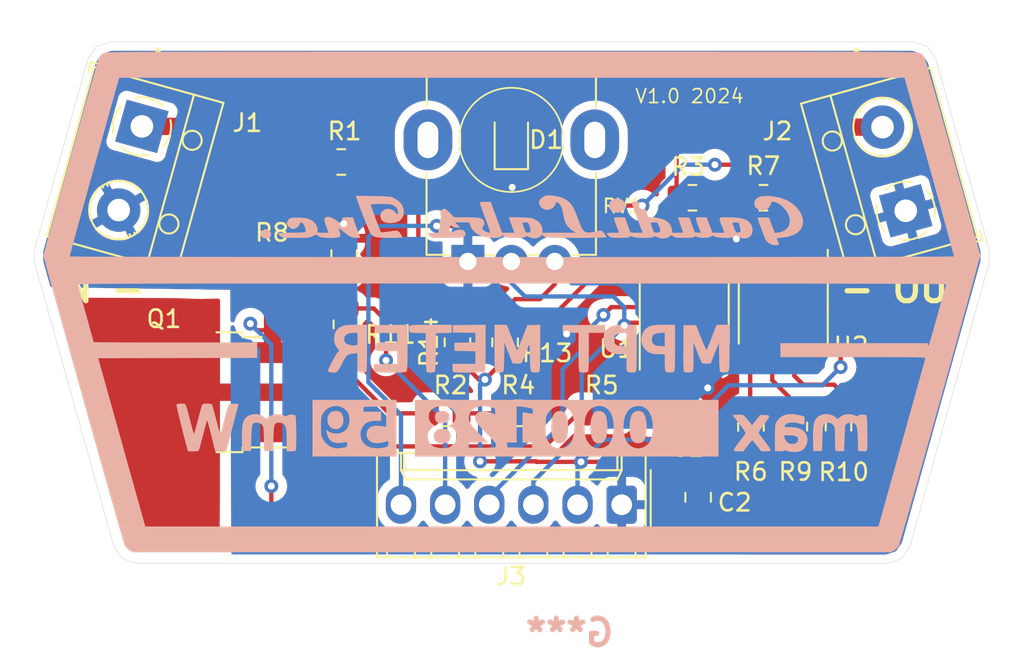
<source format=kicad_pcb>
(kicad_pcb (version 20211014) (generator pcbnew)
  (layers (0 "F.Cu" signal) (31 "B.Cu" signal) (34 "B.Paste" user) (35 "F.Paste" user) (36 "B.SilkS" user "B.Silkscreen") (37 "F.SilkS" user "F.Silkscreen") (38 "B.Mask" user) (39 "F.Mask" user) (44 "Edge.Cuts" user))
  (net 0 "")
  (net 1 "Net-(C1-Pad1)")
  (net 2 "Net-(C1-Pad2)")
  (net 3 "Net-(J2-Pad2)")
  (net 4 "Net-(R2-Pad2)")
  (net 5 "Net-(R3-Pad2)")
  (net 6 "GND")
  (net 7 "ShuntCurrent")
  (net 8 "Net-(R10-Pad1)")
  (net 9 "CellCurrent")
  (net 10 "CellVoltage")
  (net 11 "VCC")
  (net 12 "CurrentControl")
  (net 13 "Net-(J1-Pad1)")
  (net 14 "Net-(Q1-Pad1)")
  (net 15 "Net-(R13-Pad1)")
  (net 16 "Net-(Q1-Pad3)")
  (net 20 "Net-(D1-Pad2)")
  (footprint "TerminalBlock_RND:TerminalBlock_RND_205-00012_1x02_P5.00mm_Horizontal" (layer "F.Cu") (at 122.697185 46.5 105.5)
    (fp_text reference "J2" (at 6.387567 -5.894565 0.5 unlocked) (layer "F.SilkS"))
    (fp_text value "Screw_Terminal_01x02")
    (pad "1" thru_hole rect (at 0 0 105.5) (size 2.5 2.5) (drill 1.3) (layers *.Cu *.Mask) (net 6 "GND"))
    (pad "2" thru_hole circle (at 5 0 105.5) (size 2.5 2.5) (drill 1.3) (layers *.Cu *.Mask) (net 3 "Net-(J2-Pad2)"))
  )
  (footprint "Resistor_SMD:R_0805_2012Metric" (layer "F.Cu") (at 114.509 45.75 180)
    (fp_text reference "R7" (at 0.009 1.828) (layer "F.SilkS"))
    (fp_text value "40k")
    (pad "1" smd roundrect (at -0.9125 0 180) (size 1.025 1.4) (layers "F.Cu" "F.Paste" "F.Mask") (roundrect_rratio 0.243902439) (net 7 "ShuntCurrent"))
    (pad "2" smd roundrect (at 0.9125 0 180) (size 1.025 1.4) (layers "F.Cu" "F.Paste" "F.Mask") (roundrect_rratio 0.243902439) (net 5 "Net-(R3-Pad2)"))
  )
  (footprint "Connector_Molex:Molex_KK-254_AE-6410-06A_1x06_P2.54mm_Vertical" (layer "F.Cu") (at 106.35 63.43 180)
    (fp_text reference "J3" (at 6.35 -4.12) (layer "F.SilkS"))
    (fp_text value "Conn_01x06_Male")
    (pad "1" thru_hole roundrect (at 0 0 180) (size 1.74 2.19) (drill 1.19) (layers *.Cu *.Mask) (roundrect_rratio 0.1436781609) (net 6 "GND"))
    (pad "2" thru_hole oval (at 2.54 0 180) (size 1.74 2.19) (drill 1.19) (layers *.Cu *.Mask) (net 11 "VCC"))
    (pad "3" thru_hole oval (at 5.08 0 180) (size 1.74 2.19) (drill 1.19) (layers *.Cu *.Mask) (net 12 "CurrentControl"))
    (pad "4" thru_hole oval (at 7.62 0 180) (size 1.74 2.19) (drill 1.19) (layers *.Cu *.Mask) (net 9 "CellCurrent"))
    (pad "5" thru_hole oval (at 10.16 0 180) (size 1.74 2.19) (drill 1.19) (layers *.Cu *.Mask) (net 10 "CellVoltage"))
    (pad "6" thru_hole oval (at 12.7 0 180) (size 1.74 2.19) (drill 1.19) (layers *.Cu *.Mask) (net 7 "ShuntCurrent"))
  )
  (footprint "Resistor_SMD:R_0805_2012Metric" (layer "F.Cu") (at 96.221 58.166)
    (fp_text reference "R2" (at 0.279 -1.616) (layer "F.SilkS"))
    (fp_text value "1k")
    (pad "1" smd roundrect (at -0.9125 0) (size 1.025 1.4) (layers "F.Cu" "F.Paste" "F.Mask") (roundrect_rratio 0.243902439) (net 13 "Net-(J1-Pad1)"))
    (pad "2" smd roundrect (at 0.9125 0) (size 1.025 1.4) (layers "F.Cu" "F.Paste" "F.Mask") (roundrect_rratio 0.243902439) (net 4 "Net-(R2-Pad2)"))
  )
  (footprint "Package_SO:SOIC-8_3.9x4.9mm_P1.27mm" (layer "F.Cu") (at 109.95 52.2 90)
    (fp_text reference "U1" (at -2.25 -3.9 180) (layer "F.SilkS"))
    (fp_text value "MCP6002-xSN")
    (pad "1" smd roundrect (at -2.475 -1.905 90) (size 1.95 0.6) (layers "F.Cu" "F.Paste" "F.Mask") (net 1 "Net-(C1-Pad1)"))
    (pad "2" smd roundrect (at -2.475 -0.635 90) (size 1.95 0.6) (layers "F.Cu" "F.Paste" "F.Mask") (net 2 "Net-(C1-Pad2)"))
    (pad "3" smd roundrect (at -2.475 0.635 90) (size 1.95 0.6) (layers "F.Cu" "F.Paste" "F.Mask") (net 12 "CurrentControl"))
    (pad "4" smd roundrect (at -2.475 1.905 90) (size 1.95 0.6) (layers "F.Cu" "F.Paste" "F.Mask") (net 6 "GND"))
    (pad "5" smd roundrect (at 2.475 1.905 90) (size 1.95 0.6) (layers "F.Cu" "F.Paste" "F.Mask"))
    (pad "6" smd roundrect (at 2.475 0.635 90) (size 1.95 0.6) (layers "F.Cu" "F.Paste" "F.Mask"))
    (pad "7" smd roundrect (at 2.475 -0.635 90) (size 1.95 0.6) (layers "F.Cu" "F.Paste" "F.Mask"))
    (pad "8" smd roundrect (at 2.475 -1.905 90) (size 1.95 0.6) (layers "F.Cu" "F.Paste" "F.Mask") (net 11 "VCC"))
  )
  (footprint "Resistor_SMD:R_0805_2012Metric" (layer "F.Cu") (at 90.21 43.69)
    (fp_text reference "R1" (at 0.19 -1.77) (layer "F.SilkS"))
    (fp_text value "0.160Z")
    (pad "1" smd roundrect (at -0.9125 0) (size 1.025 1.4) (layers "F.Cu" "F.Paste" "F.Mask") (roundrect_rratio 0.243902439) (net 13 "Net-(J1-Pad1)"))
    (pad "2" smd roundrect (at 0.9125 0) (size 1.025 1.4) (layers "F.Cu" "F.Paste" "F.Mask") (roundrect_rratio 0.243902439) (net 3 "Net-(J2-Pad2)"))
  )
  (footprint "Resistor_SMD:R_0805_2012Metric" (layer "F.Cu") (at 105.111 58.166 180)
    (fp_text reference "R5" (at -0.089 1.616) (layer "F.SilkS"))
    (fp_text value "100")
    (pad "1" smd roundrect (at -0.9125 0 180) (size 1.025 1.4) (layers "F.Cu" "F.Paste" "F.Mask") (roundrect_rratio 0.243902439) (net 1 "Net-(C1-Pad1)"))
    (pad "2" smd roundrect (at 0.9125 0 180) (size 1.025 1.4) (layers "F.Cu" "F.Paste" "F.Mask") (roundrect_rratio 0.243902439) (net 14 "Net-(Q1-Pad1)"))
  )
  (footprint "Package_TO_SOT_SMD:TO-252-2" (layer "F.Cu") (at 82.06 56.95 180)
    (fp_text reference "Q1" (at 2.05 4.22) (layer "F.SilkS"))
    (fp_text value "Q_NMOS_GDS")
    (pad "1" smd rect (at -4.2 -2.28 180) (size 2.2 1.2) (layers "F.Cu" "F.Paste" "F.Mask") (net 14 "Net-(Q1-Pad1)"))
    (pad "2" smd rect (at 2.1 0 180) (size 6.4 5.8) (layers "F.Cu" "F.Mask") (net 13 "Net-(J1-Pad1)"))
    (pad "3" smd rect (at -4.2 2.28 180) (size 2.2 1.2) (layers "F.Cu" "F.Paste" "F.Mask") (net 16 "Net-(Q1-Pad3)"))
  )
  (footprint "LED_SMD:LED_0805_2012Metric" (layer "F.Cu") (at 100 42.418 90)
    (fp_text reference "D1" (at 0 2 180) (layer "F.SilkS"))
    (fp_text value "LED")
    (pad "1" smd roundrect (at -0.9375 0 90) (size 0.975 1.4) (layers "F.Cu" "F.Paste" "F.Mask") (net 6 "GND"))
    (pad "2" smd roundrect (at 0.9375 0 90) (size 0.975 1.4) (layers "F.Cu" "F.Paste" "F.Mask") (net 20 "Net-(D1-Pad2)"))
  )
  (footprint "Capacitor_SMD:C_0805_2012Metric" (layer "F.Cu") (at 110.75 63 -90)
    (fp_text reference "C2" (at 0.3 -2.1) (layer "F.SilkS"))
    (fp_text value "100nF")
    (pad "1" smd roundrect (at -0.95 0 270) (size 1 1.45) (layers "F.Cu" "F.Paste" "F.Mask") (net 11 "VCC"))
    (pad "2" smd roundrect (at 0.95 0 270) (size 1 1.45) (layers "F.Cu" "F.Paste" "F.Mask") (net 6 "GND"))
  )
  (footprint "Resistor_SMD:R_0805_2012Metric" (layer "F.Cu") (at 99.64 54.07 -90)
    (fp_text reference "R13" (at 0.63 -2.42) (layer "F.SilkS"))
    (fp_text value "100k")
    (pad "1" smd roundrect (at -0.9125 0 270) (size 1.025 1.4) (layers "F.Cu" "F.Paste" "F.Mask") (roundrect_rratio 0.243902439) (net 15 "Net-(R13-Pad1)"))
    (pad "2" smd roundrect (at 0.9125 0 270) (size 1.025 1.4) (layers "F.Cu" "F.Paste" "F.Mask") (roundrect_rratio 0.243902439) (net 11 "VCC"))
  )
  (footprint "Package_SO:SOIC-8_3.9x4.9mm_P1.27mm" (layer "F.Cu") (at 115.65 52.2 -90)
    (fp_text reference "U2" (at 2.1 -3.9 180) (layer "F.SilkS"))
    (fp_text value "MCP6002-xSN")
    (pad "1" smd roundrect (at -2.475 -1.905 270) (size 1.95 0.6) (layers "F.Cu" "F.Paste" "F.Mask") (net 7 "ShuntCurrent"))
    (pad "2" smd roundrect (at -2.475 -0.635 270) (size 1.95 0.6) (layers "F.Cu" "F.Paste" "F.Mask") (net 5 "Net-(R3-Pad2)"))
    (pad "3" smd roundrect (at -2.475 0.635 270) (size 1.95 0.6) (layers "F.Cu" "F.Paste" "F.Mask") (net 4 "Net-(R2-Pad2)"))
    (pad "4" smd roundrect (at -2.475 1.905 270) (size 1.95 0.6) (layers "F.Cu" "F.Paste" "F.Mask") (net 6 "GND"))
    (pad "5" smd roundrect (at 2.475 1.905 270) (size 1.95 0.6) (layers "F.Cu" "F.Paste" "F.Mask") (net 16 "Net-(Q1-Pad3)"))
    (pad "6" smd roundrect (at 2.475 0.635 270) (size 1.95 0.6) (layers "F.Cu" "F.Paste" "F.Mask") (net 8 "Net-(R10-Pad1)"))
    (pad "7" smd roundrect (at 2.475 -0.635 270) (size 1.95 0.6) (layers "F.Cu" "F.Paste" "F.Mask") (net 9 "CellCurrent"))
    (pad "8" smd roundrect (at 2.475 -1.905 270) (size 1.95 0.6) (layers "F.Cu" "F.Paste" "F.Mask") (net 11 "VCC"))
  )
  (footprint "Resistor_SMD:R_0805_2012Metric" (layer "F.Cu") (at 113.79 58.94 90)
    (fp_text reference "R6" (at -2.59 -0.01) (layer "F.SilkS"))
    (fp_text value "10k")
    (pad "1" smd roundrect (at -0.9125 0 90) (size 1.025 1.4) (layers "F.Cu" "F.Paste" "F.Mask") (roundrect_rratio 0.243902439) (net 2 "Net-(C1-Pad2)"))
    (pad "2" smd roundrect (at 0.9125 0 90) (size 1.025 1.4) (layers "F.Cu" "F.Paste" "F.Mask") (roundrect_rratio 0.243902439) (net 16 "Net-(Q1-Pad3)"))
  )
  (footprint "Resistor_SMD:R_0805_2012Metric" (layer "F.Cu") (at 110.4215 45.75)
    (fp_text reference "R3" (at -0.2315 -1.778) (layer "F.SilkS"))
    (fp_text value "1k")
    (pad "1" smd roundrect (at -0.9125 0) (size 1.025 1.4) (layers "F.Cu" "F.Paste" "F.Mask") (roundrect_rratio 0.243902439) (net 3 "Net-(J2-Pad2)"))
    (pad "2" smd roundrect (at 0.9125 0) (size 1.025 1.4) (layers "F.Cu" "F.Paste" "F.Mask") (roundrect_rratio 0.243902439) (net 5 "Net-(R3-Pad2)"))
  )
  (footprint "Resistor_SMD:R_0805_2012Metric" (layer "F.Cu") (at 100.412 58.166 180)
    (fp_text reference "R4" (at 0.012 1.616) (layer "F.SilkS"))
    (fp_text value "40k")
    (pad "1" smd roundrect (at -0.9125 0 180) (size 1.025 1.4) (layers "F.Cu" "F.Paste" "F.Mask") (roundrect_rratio 0.243902439) (net 6 "GND"))
    (pad "2" smd roundrect (at 0.9125 0 180) (size 1.025 1.4) (layers "F.Cu" "F.Paste" "F.Mask") (roundrect_rratio 0.243902439) (net 4 "Net-(R2-Pad2)"))
  )
  (footprint "Resistor_SMD:R_0805_2012Metric" (layer "F.Cu") (at 96.9 54.07 90)
    (fp_text reference "R14" (at 0 -1.65 90) (layer "F.SilkS"))
    (fp_text value "330")
    (pad "1" smd roundrect (at -0.9125 0 90) (size 1.025 1.4) (layers "F.Cu" "F.Paste" "F.Mask") (roundrect_rratio 0.243902439) (net 11 "VCC"))
    (pad "2" smd roundrect (at 0.9125 0 90) (size 1.025 1.4) (layers "F.Cu" "F.Paste" "F.Mask") (roundrect_rratio 0.243902439) (net 20 "Net-(D1-Pad2)"))
  )
  (footprint "Resistor_SMD:R_0805_2012Metric" (layer "F.Cu") (at 86.16 50.29 90)
    (fp_text reference "R8" (at 2.53 0.07) (layer "F.SilkS"))
    (fp_text value "0.160Z")
    (pad "1" smd roundrect (at -0.9125 0 90) (size 1.025 1.4) (layers "F.Cu" "F.Paste" "F.Mask") (roundrect_rratio 0.243902439) (net 16 "Net-(Q1-Pad3)"))
    (pad "2" smd roundrect (at 0.9125 0 90) (size 1.025 1.4) (layers "F.Cu" "F.Paste" "F.Mask") (roundrect_rratio 0.243902439) (net 6 "GND"))
  )
  (footprint "Resistor_SMD:R_0805_2012Metric" (layer "F.Cu") (at 90.506 53.039 -90)
    (fp_text reference "R11" (at 0.601 -2.534) (layer "F.SilkS"))
    (fp_text value "100k")
    (pad "1" smd roundrect (at -0.9125 0 270) (size 1.025 1.4) (layers "F.Cu" "F.Paste" "F.Mask") (roundrect_rratio 0.243902439) (net 10 "CellVoltage"))
    (pad "2" smd roundrect (at 0.9125 0 270) (size 1.025 1.4) (layers "F.Cu" "F.Paste" "F.Mask") (roundrect_rratio 0.243902439) (net 13 "Net-(J1-Pad1)"))
  )
  (footprint "Capacitor_SMD:C_0805_2012Metric" (layer "F.Cu") (at 109.175 58.293)
    (fp_text reference "C1" (at 0.975 1.8542) (layer "F.SilkS"))
    (fp_text value "1nF")
    (pad "1" smd roundrect (at -0.95 0) (size 1 1.45) (layers "F.Cu" "F.Paste" "F.Mask") (net 1 "Net-(C1-Pad1)"))
    (pad "2" smd roundrect (at 0.95 0) (size 1 1.45) (layers "F.Cu" "F.Paste" "F.Mask") (net 2 "Net-(C1-Pad2)"))
  )
  (footprint "GaudiLabsFootPrints:Alps_RK09K_Vertical" (layer "F.Cu") (at 100 42.418)
    (fp_text reference "RV1" (at 6.38 3.812) (layer "F.SilkS") (effects (font (size 0.8 0.8) (thickness 0.12))))
    (fp_text value "10k")
    (pad "" thru_hole oval (at 4.8 0 180) (size 2.8 3.5) (drill oval 1.2 2.1) (layers *.Cu *.Mask))
    (pad "" thru_hole oval (at -4.8 0 180) (size 2.8 3.5) (drill oval 1.2 2.1) (layers *.Cu *.Mask))
    (pad "1" thru_hole rect (at -2.5 7 180) (size 1.9 1.9) (drill 1) (layers *.Cu *.Mask) (net 6 "GND"))
    (pad "2" thru_hole circle (at 0 7 180) (size 1.9 1.9) (drill 1) (layers *.Cu *.Mask) (net 12 "CurrentControl"))
    (pad "3" thru_hole circle (at 2.5 7 180) (size 1.9 1.9) (drill 1) (layers *.Cu *.Mask) (net 15 "Net-(R13-Pad1)"))
  )
  (footprint "Resistor_SMD:R_0805_2012Metric" (layer "F.Cu") (at 90.379 48.9985 -90)
    (fp_text reference "R12" (at 0.9815 -2.611) (layer "F.SilkS"))
    (fp_text value "30k")
    (pad "1" smd roundrect (at -0.9125 0 270) (size 1.025 1.4) (layers "F.Cu" "F.Paste" "F.Mask") (roundrect_rratio 0.243902439) (net 6 "GND"))
    (pad "2" smd roundrect (at 0.9125 0 270) (size 1.025 1.4) (layers "F.Cu" "F.Paste" "F.Mask") (roundrect_rratio 0.243902439) (net 10 "CellVoltage"))
  )
  (footprint "Resistor_SMD:R_0805_2012Metric" (layer "F.Cu") (at 118.827 58.928 90)
    (fp_text reference "R10" (at -2.622 0.303) (layer "F.SilkS"))
    (fp_text value "100k")
    (pad "1" smd roundrect (at -0.9125 0 90) (size 1.025 1.4) (layers "F.Cu" "F.Paste" "F.Mask") (roundrect_rratio 0.243902439) (net 8 "Net-(R10-Pad1)"))
    (pad "2" smd roundrect (at 0.9125 0 90) (size 1.025 1.4) (layers "F.Cu" "F.Paste" "F.Mask") (roundrect_rratio 0.243902439) (net 9 "CellCurrent"))
  )
  (footprint "Resistor_SMD:R_0805_2012Metric" (layer "F.Cu") (at 116.287 58.928 90)
    (fp_text reference "R9" (at -2.602 0.063) (layer "F.SilkS"))
    (fp_text value "10k")
    (pad "1" smd roundrect (at -0.9125 0 90) (size 1.025 1.4) (layers "F.Cu" "F.Paste" "F.Mask") (roundrect_rratio 0.243902439) (net 6 "GND"))
    (pad "2" smd roundrect (at 0.9125 0 90) (size 1.025 1.4) (layers "F.Cu" "F.Paste" "F.Mask") (roundrect_rratio 0.243902439) (net 8 "Net-(R10-Pad1)"))
  )
  (footprint "TerminalBlock_RND:TerminalBlock_RND_205-00012_1x02_P5.00mm_Horizontal" (layer "F.Cu") (at 78.74 41.64 -105.5)
    (fp_text reference "J1" (at -1.814863 -5.795789 -0.5 unlocked) (layer "F.SilkS"))
    (fp_text value "Screw_Terminal_01x02")
    (pad "1" thru_hole rect (at 0 0 254.5) (size 2.5 2.5) (drill 1.3) (layers *.Cu *.Mask) (net 13 "Net-(J1-Pad1)"))
    (pad "2" thru_hole circle (at 5 0 254.5) (size 2.5 2.5) (drill 1.3) (layers *.Cu *.Mask) (net 6 "GND"))
  )
  (footprint "GaudiLabsLogos:MPPTMeeter" (layer "B.Cu") (at 100.05 51.75 180)
    (fp_text reference "G***" (at -3.3 -19.05) (layer "B.SilkS") (effects (font (size 1.524 1.524) (thickness 0.3)) (justify mirror)))
    (fp_text value "LOGO" hide)
  )
  (gr_line (start 127.501085 49.476022) (end 127.501085 48.758741) (layer "Edge.Cuts") (width 0.027918))
  (gr_line (start 78.407636 66.801925) (end 100.031455 66.80207) (layer "Edge.Cuts") (width 0.027918))
  (gr_line (start 76.916424 36.781817) (end 76.109153 37.052845) (layer "Edge.Cuts") (width 0.027918))
  (gr_line (start 124.43067 37.757224) (end 123.952705 37.053579) (layer "Edge.Cuts") (width 0.027918))
  (gr_line (start 100.031455 66.80207) (end 121.653399 66.80207) (layer "Edge.Cuts") (width 0.027918))
  (gr_line (start 100.031455 36.781817) (end 76.916424 36.781817) (layer "Edge.Cuts") (width 0.027918))
  (gr_line (start 122.939419 65.826808) (end 127.501085 49.476022) (layer "Edge.Cuts") (width 0.027918))
  (gr_line (start 123.952705 37.053579) (end 123.146607 36.781962) (layer "Edge.Cuts") (width 0.027918))
  (gr_line (start 72.561946 48.758596) (end 72.561946 49.475877) (layer "Edge.Cuts") (width 0.027918))
  (gr_line (start 122.460673 66.531045) (end 122.939419 65.826808) (layer "Edge.Cuts") (width 0.027918))
  (gr_line (start 127.501085 48.758741) (end 124.43067 37.757224) (layer "Edge.Cuts") (width 0.027918))
  (gr_line (start 76.109153 37.052845) (end 75.630411 37.757079) (layer "Edge.Cuts") (width 0.027918))
  (gr_line (start 121.653399 66.80207) (end 122.460673 66.531045) (layer "Edge.Cuts") (width 0.027918))
  (gr_line (start 75.630411 37.757079) (end 72.561946 48.758596) (layer "Edge.Cuts") (width 0.027918))
  (gr_line (start 77.123577 65.826663) (end 77.601542 66.530308) (layer "Edge.Cuts") (width 0.027918))
  (gr_line (start 72.561946 49.475877) (end 77.123577 65.826663) (layer "Edge.Cuts") (width 0.027918))
  (gr_line (start 77.601542 66.530308) (end 78.407636 66.801925) (layer "Edge.Cuts") (width 0.027918))
  (gr_line (start 123.146607 36.781962) (end 100.031455 36.781817) (layer "Edge.Cuts") (width 0.027918))
  (gr_text "IN -" (at 76.23 51) (layer "F.SilkS") (effects (font (size 1.5 1.5) (thickness 0.3))))
  (gr_text "V1.0 2024" (at 110.25 39.9) (layer "F.SilkS") (effects (font (size 0.8 0.8) (thickness 0.1))))
  (gr_text "+" (at 79.68 37.7) (layer "F.SilkS") (effects (font (size 1.5 1.5) (thickness 0.3))))
  (gr_text "MPPT Meter" (at 111.35 38.25) (layer "F.SilkS") (effects (font (size 1 1) (thickness 0.2))))
  (gr_text "- OUT\n" (at 122.61 51) (layer "F.SilkS") (effects (font (size 1.5 1.5) (thickness 0.3))))
  (gr_text "+" (at 119.86 37.7) (layer "F.SilkS") (effects (font (size 1.5 1.5) (thickness 0.3))))
  (segment (start 108.098 58.166) (end 108.225 58.293) (width 0.25) (layer "F.Cu") (net 1))
  (segment (start 108 56.1) (end 108 54.72) (width 0.25) (layer "F.Cu") (net 1))
  (segment (start 108.225 56.325) (end 108 56.1) (width 0.25) (layer "F.Cu") (net 1))
  (segment (start 106.0235 58.166) (end 108.098 58.166) (width 0.25) (layer "F.Cu") (net 1))
  (segment (start 108.225 58.293) (end 108.225 56.325) (width 0.25) (layer "F.Cu") (net 1))
  (segment (start 108 54.72) (end 108.045 54.675) (width 0.25) (layer "F.Cu") (net 1))
  (segment (start 109.315 54.675) (end 109.315 55.915) (width 0.25) (layer "F.Cu") (net 2))
  (segment (start 110.125 56.725) (end 110.125 58.293) (width 0.25) (layer "F.Cu") (net 2))
  (segment (start 111.207 58.293) (end 110.125 58.293) (width 0.25) (layer "F.Cu") (net 2))
  (segment (start 111.842 58.928) (end 111.207 58.293) (width 0.25) (layer "F.Cu") (net 2))
  (segment (start 111.842 59.408) (end 111.842 58.928) (width 0.25) (layer "F.Cu") (net 2))
  (segment (start 112.2865 59.8525) (end 111.842 59.408) (width 0.25) (layer "F.Cu") (net 2))
  (segment (start 109.315 55.915) (end 110.125 56.725) (width 0.25) (layer "F.Cu") (net 2))
  (segment (start 113.79 59.8525) (end 112.2865 59.8525) (width 0.25) (layer "F.Cu") (net 2))
  (segment (start 110.831848 41.681848) (end 108.18 39.03) (width 1) (layer "F.Cu") (net 3))
  (segment (start 113.168152 41.681848) (end 121.360993 41.681848) (width 1) (layer "F.Cu") (net 3))
  (segment (start 92.93 39.03) (end 91.1 40.86) (width 1) (layer "F.Cu") (net 3))
  (segment (start 109.509 45.75) (end 109.509 43.004696) (width 0.25) (layer "F.Cu") (net 3))
  (segment (start 109.509 43.004696) (end 110.831848 41.681848) (width 0.25) (layer "F.Cu") (net 3))
  (segment (start 91.1 43.6675) (end 91.1225 43.69) (width 1) (layer "F.Cu") (net 3))
  (segment (start 113.168152 41.681848) (end 110.831848 41.681848) (width 1) (layer "F.Cu") (net 3))
  (segment (start 108.18 39.03) (end 92.93 39.03) (width 1) (layer "F.Cu") (net 3))
  (segment (start 91.1 40.86) (end 91.1 43.6675) (width 1) (layer "F.Cu") (net 3))
  (segment (start 101.56 55.8) (end 101.2 56.16) (width 0.25) (layer "F.Cu") (net 4))
  (segment (start 107.55 47.4) (end 101.56 53.39) (width 0.25) (layer "F.Cu") (net 4))
  (segment (start 100.09 56.16) (end 99.4995 56.7505) (width 0.25) (layer "F.Cu") (net 4))
  (segment (start 99.4995 56.7505) (end 99.4995 58.166) (width 0.25) (layer "F.Cu") (net 4))
  (segment (start 101.2 56.16) (end 100.09 56.16) (width 0.25) (layer "F.Cu") (net 4))
  (segment (start 114.15 47.4) (end 107.55 47.4) (width 0.25) (layer "F.Cu") (net 4))
  (segment (start 99.4995 58.166) (end 97.1335 58.166) (width 0.25) (layer "F.Cu") (net 4))
  (segment (start 101.56 53.39) (end 101.56 55.8) (width 0.25) (layer "F.Cu") (net 4))
  (segment (start 115.015 49.725) (end 115.015 48.265) (width 0.25) (layer "F.Cu") (net 4))
  (segment (start 115.015 48.265) (end 114.15 47.4) (width 0.25) (layer "F.Cu") (net 4))
  (segment (start 115.322 47.222) (end 115.0685 47.222) (width 0.25) (layer "F.Cu") (net 5))
  (segment (start 116.285 48.185) (end 115.322 47.222) (width 0.25) (layer "F.Cu") (net 5))
  (segment (start 115.0685 47.222) (end 113.5965 45.75) (width 0.25) (layer "F.Cu") (net 5))
  (segment (start 116.285 49.725) (end 116.285 48.185) (width 0.25) (layer "F.Cu") (net 5))
  (segment (start 111.334 45.75) (end 113.5965 45.75) (width 0.25) (layer "F.Cu") (net 5))
  (segment (start 102.12 56.48) (end 102.3 56.3) (width 0.25) (layer "F.Cu") (net 6))
  (segment (start 101.3245 58.166) (end 101.3245 57.2755) (width 0.25) (layer "F.Cu") (net 6))
  (segment (start 90.379 48.086) (end 90.379 47.269) (width 0.25) (layer "F.Cu") (net 6))
  (segment (start 100 45.1) (end 100.05 45.15) (width 0.25) (layer "F.Cu") (net 6))
  (segment (start 90.379 47.269) (end 90.35 47.24) (width 0.25) (layer "F.Cu") (net 6))
  (segment (start 113.745 49.725) (end 113.745 48.9195) (width 0.25) (layer "F.Cu") (net 6))
  (segment (start 111.855 54.675) (end 111.855 56.145) (width 0.25) (layer "F.Cu") (net 6))
  (segment (start 111.855 56.145) (end 111.3 56.7) (width 0.25) (layer "F.Cu") (net 6))
  (segment (start 102.3 54.17) (end 102.87 53.6) (width 0.25) (layer "F.Cu") (net 6))
  (segment (start 113.874 48.895) (end 113.874 49.914) (width 0.25) (layer "F.Cu") (net 6))
  (segment (start 102.87 53.6) (end 103.18 53.6) (width 0.25) (layer "F.Cu") (net 6))
  (segment (start 100 43.3555) (end 100 45.1) (width 0.25) (layer "F.Cu") (net 6))
  (segment (start 101.3245 57.2755) (end 102.12 56.48) (width 0.25) (layer "F.Cu") (net 6))
  (segment (start 113.745 48.9195) (end 112.95 48.1245) (width 0.25) (layer "F.Cu") (net 6))
  (segment (start 102.3 56.3) (end 102.3 54.17) (width 0.25) (layer "F.Cu") (net 6))
  (via (at 103.18 53.6) (size 0.8) (drill 0.4) (layers "F.Cu" "B.Cu") (net 6))
  (via (at 111.3 56.7) (size 0.8) (drill 0.4) (layers "F.Cu" "B.Cu") (net 6))
  (via (at 112.95 48.1245) (size 0.8) (drill 0.4) (layers "F.Cu" "B.Cu") (net 6))
  (via (at 90.35 47.24) (size 0.8) (drill 0.4) (layers "F.Cu" "B.Cu") (net 6))
  (via (at 100.05 45.15) (size 0.8) (drill 0.4) (layers "F.Cu" "B.Cu") (net 6))
  (segment (start 114.763 43.845) (end 115.4215 44.5035) (width 0.25) (layer "F.Cu") (net 7))
  (segment (start 111.715 43.845) (end 114.763 43.845) (width 0.25) (layer "F.Cu") (net 7))
  (segment (start 117.555 48.3615) (end 115.4215 46.228) (width 0.25) (layer "F.Cu") (net 7))
  (segment (start 102.629 47.371) (end 95.7 47.371) (width 0.25) (layer "F.Cu") (net 7))
  (segment (start 115.4215 44.5035) (end 115.4215 45.75) (width 0.25) (layer "F.Cu") (net 7))
  (segment (start 103.8 46.2) (end 102.629 47.371) (width 0.25) (layer "F.Cu") (net 7))
  (segment (start 117.555 49.725) (end 117.555 48.3615) (width 0.25) (layer "F.Cu") (net 7))
  (segment (start 107.55 46.2) (end 103.8 46.2) (width 0.25) (layer "F.Cu") (net 7))
  (via (at 95.7 47.371) (size 0.8) (drill 0.4) (layers "F.Cu" "B.Cu") (net 7))
  (via (at 107.55 46.2) (size 0.8) (drill 0.4) (layers "F.Cu" "B.Cu") (net 7))
  (via (at 111.715 43.845) (size 0.8) (drill 0.4) (layers "F.Cu" "B.Cu") (net 7))
  (segment (start 111.715 43.845) (end 109.905 43.845) (width 0.25) (layer "B.Cu") (net 7))
  (segment (start 93.65 58.25) (end 91.776 56.376) (width 0.25) (layer "B.Cu") (net 7))
  (segment (start 91.776 56.376) (end 91.776 48.006) (width 0.25) (layer "B.Cu") (net 7))
  (segment (start 91.776 48.006) (end 92.411 47.371) (width 0.25) (layer "B.Cu") (net 7))
  (segment (start 109.905 43.845) (end 107.55 46.2) (width 0.25) (layer "B.Cu") (net 7))
  (segment (start 93.65 63.43) (end 93.65 58.25) (width 0.25) (layer "B.Cu") (net 7))
  (segment (start 92.411 47.371) (end 95.7 47.371) (width 0.25) (layer "B.Cu") (net 7))
  (segment (start 116.287 57.531) (end 116.287 58.0155) (width 0.25) (layer "F.Cu") (net 8))
  (segment (start 116.5175 58.0155) (end 116.287 58.0155) (width 0.25) (layer "F.Cu") (net 8))
  (segment (start 118.3425 59.8405) (end 116.5175 58.0155) (width 0.25) (layer "F.Cu") (net 8))
  (segment (start 115.015 56.259) (end 116.287 57.531) (width 0.25) (layer "F.Cu") (net 8))
  (segment (start 118.827 59.8405) (end 118.3425 59.8405) (width 0.25) (layer "F.Cu") (net 8))
  (segment (start 115.015 54.675) (end 115.015 56.259) (width 0.25) (layer "F.Cu") (net 8))
  (segment (start 116.285 52.835) (end 116.285 54.675) (width 0.25) (layer "F.Cu") (net 9))
  (segment (start 116.285 54.675) (end 116.285 56.005) (width 0.25) (layer "F.Cu") (net 9))
  (segment (start 105.75 52.05) (end 115.5 52.05) (width 0.25) (layer "F.Cu") (net 9))
  (segment (start 115.5 52.05) (end 116.285 52.835) (width 0.25) (layer "F.Cu") (net 9))
  (segment (start 116.795 56.515) (end 118.573 56.515) (width 0.25) (layer "F.Cu") (net 9))
  (segment (start 105.3 52.5) (end 105.75 52.05) (width 0.25) (layer "F.Cu") (net 9))
  (segment (start 116.285 56.005) (end 116.795 56.515) (width 0.25) (layer "F.Cu") (net 9))
  (segment (start 118.573 56.515) (end 118.827 56.769) (width 0.25) (layer "F.Cu") (net 9))
  (segment (start 118.827 56.769) (end 118.827 58.0155) (width 0.25) (layer "F.Cu") (net 9))
  (via (at 105.3 52.5) (size 0.8) (drill 0.4) (layers "F.Cu" "B.Cu") (net 9))
  (segment (start 102.952 58.748) (end 102.952 55.626) (width 0.25) (layer "B.Cu") (net 9))
  (segment (start 104.339 54.239) (end 104.339 53.461) (width 0.25) (layer "B.Cu") (net 9))
  (segment (start 102.952 55.626) (end 104.339 54.239) (width 0.25) (layer "B.Cu") (net 9))
  (segment (start 98.73 63.43) (end 98.73 62.97) (width 0.25) (layer "B.Cu") (net 9))
  (segment (start 104.339 53.461) (end 105.3 52.5) (width 0.25) (layer "B.Cu") (net 9))
  (segment (start 98.73 62.97) (end 102.952 58.748) (width 0.25) (layer "B.Cu") (net 9))
  (segment (start 92.0865 52.1265) (end 90.506 52.1265) (width 0.25) (layer "F.Cu") (net 10))
  (segment (start 90.506 50.038) (end 90.379 49.911) (width 0.25) (layer "F.Cu") (net 10))
  (segment (start 90.506 52.1265) (end 90.506 50.038) (width 0.25) (layer "F.Cu") (net 10))
  (segment (start 92.792 52.832) (end 92.0865 52.1265) (width 0.25) (layer "F.Cu") (net 10))
  (segment (start 92.792 55.118) (end 92.792 52.832) (width 0.25) (layer "F.Cu") (net 10))
  (via (at 92.792 55.118) (size 0.8) (drill 0.4) (layers "F.Cu" "B.Cu") (net 10))
  (segment (start 96.19 58.516) (end 94.662 56.988) (width 0.25) (layer "B.Cu") (net 10))
  (segment (start 94.662 56.988) (end 92.792 55.118) (width 0.25) (layer "B.Cu") (net 10))
  (segment (start 96.19 63.43) (end 96.19 58.516) (width 0.25) (layer "B.Cu") (net 10))
  (segment (start 104.01 60.96) (end 101.45 60.96) (width 0.25) (layer "F.Cu") (net 11))
  (segment (start 108.3 51.3) (end 108.045 51.045) (width 0.25) (layer "F.Cu") (net 11))
  (segment (start 101.42 60.93) (end 101.45 60.96) (width 0.25) (layer "F.Cu") (net 11))
  (segment (start 106.545 60.96) (end 104.01 60.96) (width 0.25) (layer "F.Cu") (net 11))
  (segment (start 98.48 56.22) (end 98.1375 56.22) (width 0.25) (layer "F.Cu") (net 11))
  (segment (start 106.59 61.005) (end 106.545 60.96) (width 0.25) (layer "F.Cu") (net 11))
  (segment (start 98.1375 56.22) (end 96.9 54.9825) (width 0.25) (layer "F.Cu") (net 11))
  (segment (start 98.2 60.93) (end 101.42 60.93) (width 0.25) (layer "F.Cu") (net 11))
  (segment (start 108.045 51.045) (end 108.045 49.725) (width 0.25) (layer "F.Cu") (net 11))
  (segment (start 99.64 55.06) (end 98.48 56.22) (width 0.25) (layer "F.Cu") (net 11))
  (segment (start 116.7 52.2) (end 117.3 52.8) (width 0.25) (layer "F.Cu") (net 11))
  (segment (start 118.95 55.5) (end 118.95 53.1) (width 0.25) (layer "F.Cu") (net 11))
  (segment (start 117.3 52.8) (end 117.6 52.8) (width 0.25) (layer "F.Cu") (net 11))
  (segment (start 118.65 52.8) (end 117.6 52.8) (width 0.25) (layer "F.Cu") (net 11))
  (segment (start 109.705 61.005) (end 110.75 62.05) (width 0.25) (layer "F.Cu") (net 11))
  (segment (start 117.555 54.675) (end 117.555 52.845) (width 0.25) (layer "F.Cu") (net 11))
  (segment (start 99.64 54.9825) (end 99.64 55.06) (width 0.25) (layer "F.Cu") (net 11))
  (segment (start 115.8 51.3) (end 108.3 51.3) (width 0.25) (layer "F.Cu") (net 11))
  (segment (start 116.7 52.2) (end 115.8 51.3) (width 0.25) (layer "F.Cu") (net 11))
  (segment (start 118.95 53.1) (end 118.65 52.8) (width 0.25) (layer "F.Cu") (net 11))
  (segment (start 106.59 61.005) (end 109.705 61.005) (width 0.25) (layer "F.Cu") (net 11))
  (segment (start 117.555 52.845) (end 117.6 52.8) (width 0.25) (layer "F.Cu") (net 11))
  (via (at 98.2 60.93) (size 0.8) (drill 0.4) (layers "F.Cu" "B.Cu") (net 11))
  (via (at 104.01 60.96) (size 0.8) (drill 0.4) (layers "F.Cu" "B.Cu") (net 11))
  (via (at 118.95 55.5) (size 0.8) (drill 0.4) (layers "F.Cu" "B.Cu") (net 11))
  (via (at 98.48 56.22) (size 0.8) (drill 0.4) (layers "F.Cu" "B.Cu") (net 11))
  (segment (start 109.429 59.69) (end 109.04 59.69) (width 0.25) (layer "B.Cu") (net 11))
  (segment (start 112.5 56.55) (end 117.9 56.55) (width 0.25) (layer "B.Cu") (net 11))
  (segment (start 105.28 59.69) (end 104.01 60.96) (width 0.25) (layer "B.Cu") (net 11))
  (segment (start 109.36 59.69) (end 112.5 56.55) (width 0.25) (layer "B.Cu") (net 11))
  (segment (start 103.81 63.43) (end 103.81 61.16) (width 0.25) (layer "B.Cu") (net 11))
  (segment (start 109.04 59.69) (end 109.36 59.69) (width 0.25) (layer "B.Cu") (net 11))
  (segment (start 98.2 56.5) (end 98.2 60.93) (width 0.25) (layer "B.Cu") (net 11))
  (segment (start 103.81 61.16) (end 104.01 60.96) (width 0.25) (layer "B.Cu") (net 11))
  (segment (start 117.9 56.55) (end 118.95 55.5) (width 0.25) (layer "B.Cu") (net 11))
  (segment (start 98.48 56.22) (end 98.2 56.5) (width 0.25) (layer "B.Cu") (net 11))
  (segment (start 109.04 59.69) (end 105.28 59.69) (width 0.25) (layer "B.Cu") (net 11))
  (segment (start 110.585 54.675) (end 110.585 53.285) (width 0.25) (layer "F.Cu") (net 12))
  (segment (start 110.25 52.95) (end 106.65 52.95) (width 0.25) (layer "F.Cu") (net 12))
  (segment (start 106.65 52.95) (end 106.5 53.1) (width 0.25) (layer "F.Cu") (net 12))
  (segment (start 110.585 53.285) (end 110.25 52.95) (width 0.25) (layer "F.Cu") (net 12))
  (via (at 106.5 53.1) (size 0.8) (drill 0.4) (layers "F.Cu" "B.Cu") (net 12))
  (segment (start 106.5 53.1) (end 106.5 52.062) (width 0.25) (layer "B.Cu") (net 12))
  (segment (start 104.05 59.05) (end 104.05 56.35) (width 0.25) (layer "B.Cu") (net 12))
  (segment (start 104.05 55.55) (end 106.5 53.1) (width 0.25) (layer "B.Cu") (net 12))
  (segment (start 100 49.418) (end 100 50.65) (width 0.25) (layer "B.Cu") (net 12))
  (segment (start 100 50.65) (end 100.785 51.435) (width 0.25) (layer "B.Cu") (net 12))
  (segment (start 104.05 56.35) (end 104.05 55.55) (width 0.25) (layer "B.Cu") (net 12))
  (segment (start 106.194 51.756) (end 105.873 51.435) (width 0.25) (layer "B.Cu") (net 12))
  (segment (start 101.27 62.08) (end 104.05 59.3) (width 0.25) (layer "B.Cu") (net 12))
  (segment (start 105.873 51.435) (end 100.785 51.435) (width 0.25) (layer "B.Cu") (net 12))
  (segment (start 104.05 59.3) (end 104.05 59.05) (width 0.25) (layer "B.Cu") (net 12))
  (segment (start 106.5 52.062) (end 106.194 51.756) (width 0.25) (layer "B.Cu") (net 12))
  (segment (start 101.27 63.43) (end 101.27 62.08) (width 0.25) (layer "B.Cu") (net 12))
  (segment (start 89.2175 43.77) (end 89.2975 43.69) (width 1) (layer "F.Cu") (net 13))
  (segment (start 88.5085 53.9515) (end 88.5 53.96) (width 0.25) (layer "F.Cu") (net 13))
  (segment (start 88.39 56.95) (end 79.96 56.95) (width 1) (layer "F.Cu") (net 13))
  (segment (start 88.5 43.77) (end 89.2175 43.77) (width 1) (layer "F.Cu") (net 13))
  (segment (start 88.5 53.96) (end 88.5 56.84) (width 1) (layer "F.Cu") (net 13))
  (segment (start 87.1 43.77) (end 84.97 41.64) (width 1) (layer "F.Cu") (net 13))
  (segment (start 88.5 43.77) (end 87.1 43.77) (width 1) (layer "F.Cu") (net 13))
  (segment (start 88.5 43.77) (end 88.5 46.381) (width 1) (layer "F.Cu") (net 13))
  (segment (start 90.506 55.706) (end 90.506 53.9515) (width 0.25) (layer "F.Cu") (net 13))
  (segment (start 92.966 58.166) (end 90.506 55.706) (width 0.25) (layer "F.Cu") (net 13))
  (segment (start 88.5 46.381) (end 88.5 53.96) (width 1) (layer "F.Cu") (net 13))
  (segment (start 90.506 53.9515) (end 88.5085 53.9515) (width 0.25) (layer "F.Cu") (net 13))
  (segment (start 95.3085 58.166) (end 92.966 58.166) (width 0.25) (layer "F.Cu") (net 13))
  (segment (start 84.97 41.64) (end 78.74 41.64) (width 1) (layer "F.Cu") (net 13))
  (segment (start 101.936 60.071) (end 103.841 58.166) (width 0.25) (layer "F.Cu") (net 14))
  (segment (start 103.841 58.166) (end 104.1985 58.166) (width 0.25) (layer "F.Cu") (net 14))
  (segment (start 88.931 60.071) (end 88.09 59.23) (width 0.25) (layer "F.Cu") (net 14))
  (segment (start 89.871 60.071) (end 101.936 60.071) (width 0.25) (layer "F.Cu") (net 14))
  (segment (start 88.09 59.23) (end 86.26 59.23) (width 0.25) (layer "F.Cu") (net 14))
  (segment (start 89.871 60.071) (end 88.931 60.071) (width 0.25) (layer "F.Cu") (net 14))
  (segment (start 99.77 52.04) (end 99.77 53.0275) (width 0.25) (layer "F.Cu") (net 15))
  (segment (start 102.5 50.73) (end 101.64 51.59) (width 0.25) (layer "F.Cu") (net 15))
  (segment (start 99.77 53.0275) (end 99.64 53.1575) (width 0.25) (layer "F.Cu") (net 15))
  (segment (start 101.64 51.59) (end 100.22 51.59) (width 0.25) (layer "F.Cu") (net 15))
  (segment (start 100.22 51.59) (end 99.77 52.04) (width 0.25) (layer "F.Cu") (net 15))
  (segment (start 102.5 49.418) (end 102.5 50.73) (width 0.25) (layer "F.Cu") (net 15))
  (segment (start 113.745 57.9825) (end 113.79 58.0275) (width 0.25) (layer "F.Cu") (net 16))
  (segment (start 85.36 53.38) (end 86.26 53.38) (width 0.25) (layer "F.Cu") (net 16))
  (segment (start 84.98 53) (end 85.36 53.38) (width 0.25) (layer "F.Cu") (net 16))
  (segment (start 88.09 65.91) (end 86.188 64.008) (width 0.25) (layer "F.Cu") (net 16))
  (segment (start 115.03 59.06) (end 115.03 63.59) (width 0.25) (layer "F.Cu") (net 16))
  (segment (start 86.26 54.67) (end 86.26 53.38) (width 1) (layer "F.Cu") (net 16))
  (segment (start 115.03 63.59) (end 112.71 65.91) (width 0.25) (layer "F.Cu") (net 16))
  (segment (start 113.9975 58.0275) (end 115.03 59.06) (width 0.25) (layer "F.Cu") (net 16))
  (segment (start 113.745 54.675) (end 113.745 57.9825) (width 0.25) (layer "F.Cu") (net 16))
  (segment (start 86.188 64.008) (end 86.188 62.357) (width 0.25) (layer "F.Cu") (net 16))
  (segment (start 112.71 65.91) (end 88.09 65.91) (width 0.25) (layer "F.Cu") (net 16))
  (segment (start 86.26 51.3025) (end 86.16 51.2025) (width 0.25) (layer "F.Cu") (net 16))
  (segment (start 86.26 53.38) (end 86.26 51.3025) (width 1) (layer "F.Cu") (net 16))
  (segment (start 113.79 58.0275) (end 113.9975 58.0275) (width 0.25) (layer "F.Cu") (net 16))
  (via (at 84.98 53) (size 0.8) (drill 0.4) (layers "F.Cu" "B.Cu") (net 16))
  (via (at 86.188 62.357) (size 0.8) (drill 0.4) (layers "F.Cu" "B.Cu") (net 16))
  (segment (start 86.188 62.357) (end 86.188 54.208) (width 0.25) (layer "B.Cu") (net 16))
  (segment (start 86.188 54.208) (end 84.98 53) (width 0.25) (layer "B.Cu") (net 16))
  (segment (start 98.55 41.4) (end 99.9195 41.4) (width 0.25) (layer "F.Cu") (net 20))
  (segment (start 94.65 46.5) (end 98.1 43.05) (width 0.25) (layer "F.Cu") (net 20))
  (segment (start 95.7 50.85) (end 94.65 49.8) (width 0.25) (layer "F.Cu") (net 20))
  (segment (start 96.9 53.1575) (end 95.7 51.9575) (width 0.25) (layer "F.Cu") (net 20))
  (segment (start 94.65 49.8) (end 94.65 46.5) (width 0.25) (layer "F.Cu") (net 20))
  (segment (start 95.7 51.9575) (end 95.7 50.85) (width 0.25) (layer "F.Cu") (net 20))
  (segment (start 98.1 41.85) (end 98.55 41.4) (width 0.25) (layer "F.Cu") (net 20))
  (segment (start 99.9195 41.4) (end 100 41.4805) (width 0.25) (layer "F.Cu") (net 20))
  (segment (start 98.1 43.05) (end 98.1 41.85) (width 0.25) (layer "F.Cu") (net 20))
  (zone (net 6) (net_name "GND") (layers F&B.Cu) (connect_pads (clearance 0.508)) (min_thickness 0.254) (fill yes (thermal_gap 0.508) (thermal_bridge_width 0.508))
    (polygon (pts (xy 123.907 37.084) (xy 124.415 37.846) (xy 127.463 48.641) (xy 127.463 49.403) (xy 122.891 65.786) (xy 122.51 66.421) (xy 121.494 66.802) (xy 84.22 66.81) (xy 83.88 66.81) (xy 83.88 66.34) (xy 83.83 51.05) (xy 72.94 50.89) (xy 72.599 48.768) (xy 75.774 37.719) (xy 76.028 37.084) (xy 76.917 36.83) (xy 123.145 36.83)))
  )
  (zone (net 13) (net_name "Net-(J1-Pad1)") (layer "F.Cu") (connect_pads yes (clearance 0.508)) (min_thickness 0.254) (fill yes (thermal_gap 0.508) (thermal_bridge_width 0.508))
    (polygon (pts (xy 80.65 51.53) (xy 82.12 51.58) (xy 83.24 51.55) (xy 83.23 62.97) (xy 83.21 65.86) (xy 78.47 65.79) (xy 77.82 65.16) (xy 73.93 51.5)))
  )
)
</source>
